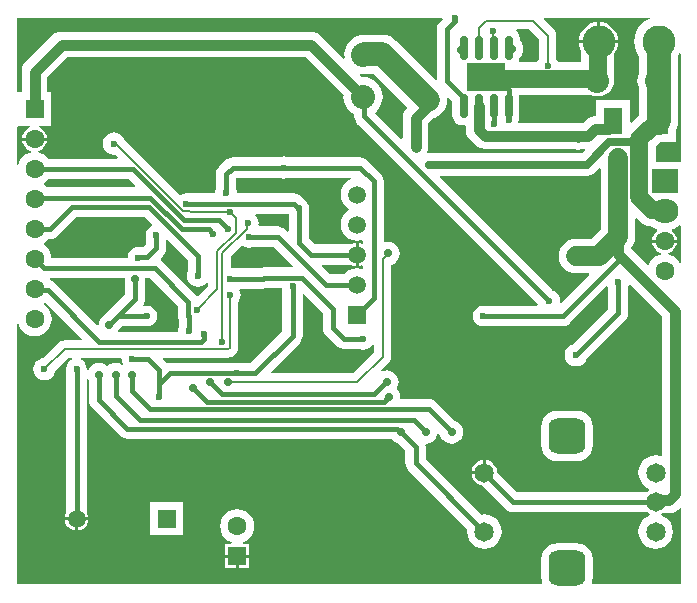
<source format=gbl>
G04*
G04 #@! TF.GenerationSoftware,Altium Limited,Altium Designer,21.3.2 (30)*
G04*
G04 Layer_Physical_Order=2*
G04 Layer_Color=16711680*
%FSTAX25Y25*%
%MOIN*%
G70*
G04*
G04 #@! TF.SameCoordinates,665701D7-0C42-49A3-A721-B3261F62B861*
G04*
G04*
G04 #@! TF.FilePolarity,Positive*
G04*
G01*
G75*
%ADD14C,0.00800*%
%ADD21C,0.02500*%
%ADD80C,0.01700*%
%ADD81C,0.03500*%
%ADD82C,0.06500*%
%ADD83C,0.06000*%
%ADD84C,0.06299*%
%ADD85R,0.06299X0.06299*%
%ADD86C,0.05906*%
%ADD87R,0.05906X0.05906*%
G04:AMPARAMS|DCode=88|XSize=122.05mil|YSize=118.11mil|CornerRadius=29.53mil|HoleSize=0mil|Usage=FLASHONLY|Rotation=0.000|XOffset=0mil|YOffset=0mil|HoleType=Round|Shape=RoundedRectangle|*
%AMROUNDEDRECTD88*
21,1,0.12205,0.05906,0,0,0.0*
21,1,0.06299,0.11811,0,0,0.0*
1,1,0.05906,0.03150,-0.02953*
1,1,0.05906,-0.03150,-0.02953*
1,1,0.05906,-0.03150,0.02953*
1,1,0.05906,0.03150,0.02953*
%
%ADD88ROUNDEDRECTD88*%
%ADD89C,0.06496*%
%ADD90R,0.09000X0.08000*%
%ADD91O,0.09000X0.08000*%
%ADD92R,0.05906X0.05906*%
%ADD93C,0.11000*%
%ADD94C,0.02362*%
%ADD95C,0.02756*%
%ADD96C,0.08000*%
%ADD97R,0.06400X0.09000*%
%ADD98R,0.12992X0.09488*%
G04:AMPARAMS|DCode=99|XSize=77.56mil|YSize=23.62mil|CornerRadius=6.38mil|HoleSize=0mil|Usage=FLASHONLY|Rotation=270.000|XOffset=0mil|YOffset=0mil|HoleType=Round|Shape=RoundedRectangle|*
%AMROUNDEDRECTD99*
21,1,0.07756,0.01087,0,0,270.0*
21,1,0.06480,0.02362,0,0,270.0*
1,1,0.01276,-0.00543,-0.03240*
1,1,0.01276,-0.00543,0.03240*
1,1,0.01276,0.00543,0.03240*
1,1,0.01276,0.00543,-0.03240*
%
%ADD99ROUNDEDRECTD99*%
%ADD100C,0.08000*%
G36*
X0406575Y0382788D02*
Y0376235D01*
X0406285Y0375856D01*
X0406Y0375169D01*
X0400236D01*
X0399958Y0375585D01*
X04001Y0375929D01*
X0400208Y0376748D01*
Y0376788D01*
X0400266Y0376832D01*
X0400887Y0377642D01*
X0401278Y0378585D01*
X0401411Y0379598D01*
X0401278Y038061D01*
X0400887Y0381553D01*
X0400266Y0382363D01*
X0400208Y0382408D01*
Y0383228D01*
X04001Y0384048D01*
X0399784Y0384811D01*
X0399281Y0385466D01*
X0399139Y0385575D01*
X0399309Y0386075D01*
X0403288D01*
X0406575Y0382788D01*
D02*
G37*
G36*
X0374567Y0389474D02*
X0373611Y0388518D01*
X0373074Y0387818D01*
X0372736Y0387003D01*
X0372621Y0386129D01*
Y0369395D01*
X0372159Y0369204D01*
X0359027Y0382336D01*
X0358037Y0383148D01*
X0356908Y0383751D01*
X0355683Y0384123D01*
X0354409Y0384249D01*
X0348327D01*
X0347053Y0384123D01*
X0345828Y0383751D01*
X0344699Y0383148D01*
X0343709Y0382336D01*
X0342897Y0381346D01*
X0342293Y0380217D01*
X0341921Y0378991D01*
X0341796Y0377717D01*
X034192Y037646D01*
X0341892Y0376428D01*
X0341434Y0376239D01*
X0333641Y0384031D01*
X0332754Y0384712D01*
X033172Y0385141D01*
X033061Y0385287D01*
X02475D01*
X0246391Y0385141D01*
X0245357Y0384712D01*
X0244469Y0384031D01*
X0235469Y0375031D01*
X0234788Y0374143D01*
X0234359Y037311D01*
X0234213Y0372D01*
Y036515D01*
X023285D01*
X0232526Y0365515D01*
Y0389974D01*
X0374359D01*
X0374567Y0389474D01*
D02*
G37*
G36*
X0443579D02*
X0443424Y0389427D01*
X0442034Y0388684D01*
X0440816Y0387684D01*
X0439816Y0386466D01*
X0439073Y0385076D01*
X0438616Y0383568D01*
X0438461Y0382D01*
X0438616Y0380432D01*
X0439073Y0378924D01*
X0439816Y0377534D01*
X0440068Y0377226D01*
Y0371692D01*
X0439966Y0371499D01*
X0439594Y0370274D01*
X0439468Y0369D01*
X0439594Y0367726D01*
X0439966Y03665D01*
X0440068Y0366308D01*
Y0357399D01*
X04375Y0354831D01*
X0437Y0355038D01*
Y03625D01*
X04256D01*
Y0357037D01*
X042525D01*
X0424141Y0356891D01*
X0423107Y0356462D01*
X0422219Y0355781D01*
X0421224Y0354787D01*
X0400102D01*
X0399785Y0355287D01*
X0399879Y0356D01*
Y03605D01*
Y0364075D01*
X0424372D01*
X0424814Y0363892D01*
X042625Y0363703D01*
X0427686Y0363892D01*
X0429024Y0364446D01*
X0430173Y0365327D01*
X0431054Y0366476D01*
X0431608Y0367814D01*
X0431798Y036925D01*
Y0378209D01*
X0431931Y0378371D01*
X0432534Y0379501D01*
X0432906Y0380726D01*
X0432982Y03815D01*
X04265D01*
Y0382D01*
D01*
Y03815D01*
X0420018D01*
X0420094Y0380726D01*
X0420466Y0379501D01*
X0420703Y0379058D01*
Y0375169D01*
X0413D01*
X0412715Y0375856D01*
X0412425Y0376235D01*
Y0384D01*
X0412325Y0384757D01*
X0412033Y0385462D01*
X0411568Y0386068D01*
X0408124Y0389512D01*
X0408316Y0389974D01*
X0443505D01*
X0443579Y0389474D01*
D02*
G37*
G36*
X0341511Y0364037D02*
X0341469Y036361D01*
X0341594Y0362336D01*
X0341966Y0361111D01*
X0342569Y0359982D01*
X0343382Y0358992D01*
X0344371Y0358179D01*
X0345061Y0357811D01*
Y035706D01*
X0345176Y0356186D01*
X0345514Y0355371D01*
X0346051Y0354671D01*
X0406343Y0294379D01*
X0406136Y0293879D01*
X0388D01*
X0387125Y0293764D01*
X0386311Y0293426D01*
X0385611Y0292889D01*
X0385074Y029219D01*
X0384736Y0291374D01*
X0384621Y02905D01*
X0384736Y0289626D01*
X0385074Y028881D01*
X0385611Y0288111D01*
X0386311Y0287574D01*
X0387125Y0287236D01*
X0388Y0287121D01*
X04145D01*
X0415375Y0287236D01*
X0416189Y0287574D01*
X0416889Y0288111D01*
X0429121Y0300343D01*
X0429621Y0300135D01*
Y02929D01*
X0417644Y0280923D01*
X0417144Y0280715D01*
X0416375Y0280125D01*
X0415785Y0279356D01*
X0415414Y0278461D01*
X0415287Y02775D01*
X0415414Y0276539D01*
X0415785Y0275644D01*
X0416375Y0274875D01*
X0417144Y0274285D01*
X0418039Y0273914D01*
X0419Y0273787D01*
X0419961Y0273914D01*
X0420856Y0274285D01*
X0421625Y0274875D01*
X0422215Y0275644D01*
X0422423Y0276144D01*
X0435389Y0289111D01*
X0435926Y0289811D01*
X0436264Y0290626D01*
X0436379Y02915D01*
Y0300538D01*
X0436544Y0300937D01*
X0437048Y0301139D01*
X0447713Y0290474D01*
Y0244061D01*
X0447298Y0243784D01*
X0447028Y0243895D01*
X0445528Y0244093D01*
X0444027Y0243895D01*
X0442629Y0243316D01*
X0441428Y0242395D01*
X0440507Y0241194D01*
X0439927Y0239796D01*
X043973Y0238295D01*
X0439927Y0236795D01*
X0440507Y0235397D01*
X0441428Y0234196D01*
X0442629Y0233274D01*
X0443483Y023292D01*
X0443549Y0232425D01*
X044307Y0232057D01*
X0442844Y0231832D01*
X0399447D01*
X0392687Y0238592D01*
X039258Y0239404D01*
X0392152Y0240438D01*
X0391471Y0241325D01*
X0390583Y0242006D01*
X038955Y0242434D01*
X0388941Y0242514D01*
Y0238295D01*
X0388441D01*
Y0237795D01*
X0384222D01*
X0384302Y0237186D01*
X038473Y0236153D01*
X0385411Y0235265D01*
X0386299Y0234585D01*
X0387332Y0234157D01*
X03876Y0234121D01*
X0395658Y0226063D01*
X0396358Y0225526D01*
X0397173Y0225189D01*
X0398047Y0225074D01*
X044295D01*
X0443384Y022474D01*
X0443692Y0224613D01*
Y0224072D01*
X0442629Y0223631D01*
X0441428Y022271D01*
X0440507Y0221509D01*
X0439927Y0220111D01*
X043973Y021861D01*
X0439927Y021711D01*
X0440507Y0215711D01*
X0441428Y0214511D01*
X0442629Y0213589D01*
X0444027Y021301D01*
X0445528Y0212813D01*
X0447028Y021301D01*
X0448426Y0213589D01*
X0449627Y0214511D01*
X0450548Y0215711D01*
X0451128Y021711D01*
X0451325Y021861D01*
X0451128Y0220111D01*
X0450548Y0221509D01*
X0449627Y022271D01*
X0448426Y0223631D01*
X0447363Y0224072D01*
Y0224613D01*
X0447668Y0224739D01*
X0449927D01*
X0451037Y0224885D01*
X0452071Y0225314D01*
X0452958Y0225995D01*
X0453512Y0226549D01*
X0453974Y0226357D01*
Y0201026D01*
X0424496D01*
X0424219Y0201442D01*
X0424462Y0202029D01*
X0424649Y0203453D01*
Y0209358D01*
X0424462Y0210782D01*
X0423913Y0212108D01*
X0423039Y0213247D01*
X04219Y0214121D01*
X0420573Y0214671D01*
X041915Y0214858D01*
X041285D01*
X0411427Y0214671D01*
X0410101Y0214121D01*
X0408961Y0213247D01*
X0408087Y0212108D01*
X0407538Y0210782D01*
X0407351Y0209358D01*
Y0203453D01*
X0407538Y0202029D01*
X0407781Y0201442D01*
X0407504Y0201026D01*
X0232526D01*
Y0287915D01*
X0232996Y0288025D01*
X0233565Y0286651D01*
X0234471Y0285471D01*
X0235651Y0284565D01*
X0237025Y0283996D01*
X02385Y0283802D01*
X0239975Y0283996D01*
X0241349Y0284565D01*
X0242529Y0285471D01*
X0243435Y0286651D01*
X0244004Y0288025D01*
X0244198Y02895D01*
X0244004Y0290975D01*
X0243435Y0292349D01*
X0242529Y0293529D01*
X0241675Y0294185D01*
Y0294815D01*
X0242089Y0295133D01*
X0254334Y0282887D01*
X0254143Y0282425D01*
X02485D01*
X0247743Y0282325D01*
X0247038Y0282033D01*
X0246432Y0281568D01*
X0241285Y0276422D01*
X0240812Y027636D01*
X0239917Y0275989D01*
X0239148Y0275399D01*
X0238558Y027463D01*
X0238187Y0273734D01*
X023806Y0272773D01*
X0238187Y0271812D01*
X0238558Y0270917D01*
X0239148Y0270148D01*
X0239917Y0269558D01*
X0240812Y0269187D01*
X0241773Y026906D01*
X0242734Y0269187D01*
X024363Y0269558D01*
X0244399Y0270148D01*
X0244989Y0270917D01*
X024536Y0271812D01*
X0245422Y0272285D01*
X0249712Y0276575D01*
X025107D01*
X025117Y0276075D01*
X0250811Y0275926D01*
X0250111Y0275389D01*
X0249574Y027469D01*
X0249236Y0273874D01*
X0249121Y0273D01*
Y022504D01*
X0249047Y0224943D01*
X0248649Y0223982D01*
X0248579Y022345D01*
X02525D01*
X0256421D01*
X0256351Y0223982D01*
X0255953Y0224943D01*
X0255879Y022504D01*
Y0269509D01*
X0256379Y0269608D01*
X0256613Y0269044D01*
X0256621Y0269033D01*
Y026246D01*
X0256736Y0261586D01*
X0257074Y0260771D01*
X0257611Y0260071D01*
X0267071Y0250611D01*
X0267771Y0250074D01*
X0268586Y0249736D01*
X026946Y0249621D01*
X0357473D01*
X0357888Y0249081D01*
X0358698Y0248459D01*
X0359641Y0248068D01*
X0359655Y0248066D01*
X0362121Y02456D01*
Y0241551D01*
X0362236Y0240677D01*
X0362574Y0239862D01*
X0363111Y0239162D01*
X0382762Y0219511D01*
X0382643Y021861D01*
X0382841Y021711D01*
X038342Y0215711D01*
X0384341Y0214511D01*
X0385542Y0213589D01*
X038694Y021301D01*
X0388441Y0212813D01*
X0389942Y021301D01*
X039134Y0213589D01*
X0392541Y0214511D01*
X0393462Y0215711D01*
X0394041Y021711D01*
X0394239Y021861D01*
X0394041Y0220111D01*
X0393462Y0221509D01*
X0392541Y022271D01*
X039134Y0223631D01*
X0389942Y022421D01*
X0388441Y0224408D01*
X038754Y0224289D01*
X0368879Y0242951D01*
Y0247D01*
X0368819Y0247455D01*
X0368994Y024792D01*
X0369226Y0247965D01*
X0370012Y0248068D01*
X0370956Y0248459D01*
X0371766Y0249081D01*
X0372387Y0249891D01*
X0372778Y0250834D01*
X0372815Y0251118D01*
X0373289Y0251279D01*
X037372Y0250848D01*
X0373722Y0250834D01*
X0374113Y0249891D01*
X0374734Y0249081D01*
X0375544Y0248459D01*
X0376488Y0248068D01*
X03775Y0247935D01*
X0378512Y0248068D01*
X0379456Y0248459D01*
X0380266Y0249081D01*
X0380887Y0249891D01*
X0381278Y0250834D01*
X0381411Y0251847D01*
X0381278Y0252859D01*
X0380887Y0253802D01*
X0380266Y0254612D01*
X0379456Y0255234D01*
X0378512Y0255625D01*
X0378499Y0255626D01*
X0372236Y0261889D01*
X0371536Y0262426D01*
X0370721Y0262764D01*
X0369847Y0262879D01*
X0360709D01*
X0360379Y0263255D01*
X0360411Y02635D01*
X0360278Y0264512D01*
X0359887Y0265456D01*
X0359266Y0266266D01*
X0359208Y026631D01*
X0359387Y0266544D01*
X0359778Y0267488D01*
X0359911Y02685D01*
X0359778Y0269512D01*
X0359387Y0270456D01*
X0358766Y0271266D01*
X0357956Y0271887D01*
X0357012Y0272278D01*
X0356Y0272411D01*
X0354988Y0272278D01*
X0354363Y027202D01*
X035408Y0272443D01*
X0356568Y0274932D01*
X0357033Y0275537D01*
X0357325Y0276243D01*
X0357425Y0277D01*
Y0307637D01*
X0358203Y0307959D01*
X0359013Y0308581D01*
X0359634Y0309391D01*
X0360025Y0310334D01*
X0360158Y0311347D01*
X0360025Y0312359D01*
X0359634Y0313302D01*
X0359013Y0314112D01*
X0358203Y0314734D01*
X0357259Y0315125D01*
X0356247Y0315258D01*
X0355379Y0315144D01*
X0354879Y0315453D01*
Y03355D01*
X0354764Y0336374D01*
X0354426Y033719D01*
X0353889Y0337889D01*
X0349389Y0342389D01*
X0348689Y0342926D01*
X0347874Y0343264D01*
X0347Y0343379D01*
X0322962D01*
X0322461Y0343586D01*
X03215Y0343713D01*
X0320539Y0343586D01*
X0320038Y0343379D01*
X03045D01*
X0303625Y0343264D01*
X0302811Y0342926D01*
X0302111Y0342389D01*
X0299957Y0340236D01*
X029942Y0339536D01*
X0299083Y0338721D01*
X0298968Y0337846D01*
Y0332808D01*
X029876Y0332307D01*
X0298638Y0331379D01*
X0289D01*
X0288125Y0331264D01*
X0287311Y0330926D01*
X0287046Y0330723D01*
X0268429Y034934D01*
X0268215Y0349856D01*
X0267625Y0350625D01*
X0266856Y0351215D01*
X0265961Y0351586D01*
X0265Y0351713D01*
X0264039Y0351586D01*
X0263144Y0351215D01*
X0262375Y0350625D01*
X0261785Y0349856D01*
X0261414Y0348961D01*
X0261287Y0348D01*
X0261414Y0347039D01*
X0261785Y0346144D01*
X0262375Y0345375D01*
X0263144Y0344785D01*
X0264039Y0344414D01*
X0265Y0344287D01*
X0265185Y0344311D01*
X0266155Y0343341D01*
X0265964Y0342879D01*
X0243028D01*
X0242529Y0343529D01*
X0241349Y0344435D01*
X0239975Y0345004D01*
X0239839Y0345022D01*
X0239772Y0345535D01*
X0240593Y0345875D01*
X0241459Y034654D01*
X0242125Y0347407D01*
X0242543Y0348417D01*
X024262Y0349D01*
X02385D01*
X023438D01*
X0234457Y0348417D01*
X0234875Y0347407D01*
X0235541Y034654D01*
X0236407Y0345875D01*
X0237228Y0345535D01*
X0237161Y0345022D01*
X0237025Y0345004D01*
X0235651Y0344435D01*
X0234471Y0343529D01*
X0233565Y0342349D01*
X0232996Y0340975D01*
X0232526Y0341085D01*
Y0353485D01*
X023285Y035385D01*
X0236853D01*
X0236952Y035335D01*
X0236407Y0353125D01*
X0235541Y035246D01*
X0234875Y0351593D01*
X0234457Y0350583D01*
X023438Y035D01*
X02385D01*
X024262D01*
X0242543Y0350583D01*
X0242125Y0351593D01*
X0241459Y035246D01*
X0240593Y0353125D01*
X0240048Y035335D01*
X0240147Y035385D01*
X024415D01*
Y036515D01*
X0242787D01*
Y0370224D01*
X0249276Y0376713D01*
X0328835D01*
X0341511Y0364037D01*
D02*
G37*
G36*
X0348327Y0371186D02*
X0351703D01*
X0362913Y0359976D01*
X0362469Y0359531D01*
X0361788Y0358643D01*
X0361359Y035761D01*
X0361213Y03565D01*
Y0349718D01*
X0360751Y0349527D01*
X035215Y0358128D01*
X0352175Y0358628D01*
X0352618Y0358992D01*
X0353431Y0359982D01*
X0354034Y0361111D01*
X0354406Y0362336D01*
X0354531Y036361D01*
X0354406Y0364884D01*
X0354034Y036611D01*
X0353431Y0367239D01*
X0352618Y0368229D01*
X0351629Y0369041D01*
X03505Y0369644D01*
X0349274Y0370016D01*
X0348Y0370142D01*
X0347573Y03701D01*
X0346849Y0370823D01*
X0347038Y0371281D01*
X034707Y0371309D01*
X0348327Y0371186D01*
D02*
G37*
G36*
X0377792Y0362126D02*
Y035726D01*
X03779Y0356441D01*
X0378216Y0355677D01*
X0378719Y0355022D01*
X0379374Y0354519D01*
X0380138Y0354203D01*
X0380957Y0354095D01*
X0382043D01*
X0382213Y0353946D01*
Y035255D01*
X0382359Y0351441D01*
X0382788Y0350407D01*
X0383469Y0349519D01*
X0385519Y0347469D01*
X0386407Y0346788D01*
X0387441Y0346359D01*
X038855Y0346213D01*
X0418237D01*
X0418391Y034615D01*
X04195Y0346004D01*
X042061Y034615D01*
X0420762Y0346213D01*
X0421831D01*
X0422023Y0345751D01*
X0421054Y0344782D01*
X037D01*
X0369707Y0344744D01*
X0369355Y0345202D01*
X0369641Y034589D01*
X0369787Y0347D01*
Y0354724D01*
X0371503Y0356441D01*
X0372Y0356592D01*
X0373129Y0357195D01*
X0374118Y0358008D01*
X0374931Y0358997D01*
X0375534Y0360126D01*
X0375906Y0361352D01*
X0376031Y0362626D01*
X0375971Y036324D01*
X0376451Y0363467D01*
X0377792Y0362126D01*
D02*
G37*
G36*
X0453974Y0377951D02*
Y0342D01*
X0445598D01*
Y0346143D01*
X0445547Y0346523D01*
Y0347187D01*
X044686Y03485D01*
X0446861Y03485D01*
X04524D01*
Y0352662D01*
X0452634Y03531D01*
X0453006Y0354326D01*
X0453131Y03556D01*
Y037747D01*
X0453184Y0377534D01*
X0453474Y0378077D01*
X0453974Y0377951D01*
D02*
G37*
G36*
X0344115Y0336121D02*
X034325Y0335763D01*
X0342111Y0334889D01*
X0341237Y033375D01*
X0340688Y0332423D01*
X03405Y0331D01*
X0340688Y0329576D01*
X0341237Y032825D01*
X0342111Y0327111D01*
X0343193Y0326281D01*
X0343224Y0326D01*
X0343193Y0325719D01*
X0342111Y0324889D01*
X0341237Y032375D01*
X0340688Y0322424D01*
X03405Y0321D01*
X0340688Y0319577D01*
X0341237Y031825D01*
X0342111Y0317111D01*
X034325Y0316237D01*
X0344577Y0315688D01*
X0346Y03155D01*
X0347424Y0315688D01*
X0347705Y0315804D01*
X0348121Y0315527D01*
Y0314941D01*
X0347621Y0314607D01*
X0347032Y0314851D01*
X03465Y0314921D01*
Y0311D01*
Y0307079D01*
X0347032Y0307149D01*
X0347621Y0307393D01*
X0348121Y0307059D01*
Y0306473D01*
X0347705Y0306196D01*
X0347424Y0306312D01*
X0346Y03065D01*
X0344577Y0306312D01*
X034325Y0305763D01*
X0342111Y0304889D01*
X034172Y0304379D01*
X03369D01*
X0334119Y0307159D01*
X0334311Y0307621D01*
X034391D01*
X0344007Y0307547D01*
X0344968Y0307149D01*
X03455Y0307079D01*
Y0311D01*
Y0314921D01*
X0344968Y0314851D01*
X0344007Y0314453D01*
X034391Y0314379D01*
X03319D01*
X0329938Y031634D01*
Y03265D01*
X0329823Y0327375D01*
X0329485Y0328189D01*
X0328948Y0328889D01*
X0327448Y0330389D01*
X0326748Y0330926D01*
X0325934Y0331264D01*
X0325059Y0331379D01*
X0306055D01*
X0305933Y0332307D01*
X0305725Y0332808D01*
Y0336447D01*
X03059Y0336621D01*
X0320038D01*
X0320539Y0336414D01*
X03215Y0336287D01*
X0322461Y0336414D01*
X0322962Y0336621D01*
X0344015D01*
X0344115Y0336121D01*
D02*
G37*
G36*
X0272114Y0333841D02*
X0271923Y0333379D01*
X0242645D01*
X0242529Y0333529D01*
X0241675Y0334185D01*
Y0334815D01*
X0242529Y0335471D01*
X0243028Y0336121D01*
X0269834D01*
X0272114Y0333841D01*
D02*
G37*
G36*
X032318Y0318752D02*
X0322718Y031856D01*
X0321889Y0319389D01*
X0321189Y0319926D01*
X0320374Y0320264D01*
X03195Y0320379D01*
X0313527D01*
X0313131Y0320879D01*
X0313213Y03215D01*
X0313086Y0322461D01*
X0312715Y0323356D01*
X0312129Y0324121D01*
X0312153Y0324313D01*
X0312257Y0324621D01*
X032318D01*
Y0318752D01*
D02*
G37*
G36*
X0277689Y0321033D02*
X0277591Y0320542D01*
X027731Y0320426D01*
X0276611Y0319889D01*
X0276074Y031919D01*
X0275736Y0318374D01*
X0275621Y03175D01*
Y0314459D01*
X0274668Y0313506D01*
X0273127D01*
X0272252Y031339D01*
X0271437Y0313053D01*
X0270737Y0312516D01*
X0270611Y0312389D01*
X0270074Y0311689D01*
X0269736Y0310875D01*
X0269621Y031D01*
X0269515Y0309879D01*
X0244148D01*
X0244004Y0310975D01*
X0243435Y0312349D01*
X0242529Y0313529D01*
X0241675Y0314185D01*
Y0314815D01*
X0242529Y0315471D01*
X0243028Y0316121D01*
X02435D01*
X0244374Y0316236D01*
X0245189Y0316574D01*
X0245889Y0317111D01*
X02524Y0323621D01*
X02751D01*
X0277689Y0321033D01*
D02*
G37*
G36*
X0440321Y032196D02*
X044147Y0321078D01*
X0442807Y0320524D01*
X044401Y0320366D01*
X0444371Y0320069D01*
X0445501Y0319466D01*
X044588Y0319351D01*
X0445981Y0318797D01*
X0445541Y031846D01*
X0444875Y0317593D01*
X0444457Y0316583D01*
X044438Y0316D01*
X04485D01*
X045262D01*
X0452543Y0316583D01*
X0452125Y0317593D01*
X045146Y031846D01*
X0451019Y0318797D01*
X045112Y0319351D01*
X04515Y0319466D01*
X0452629Y0320069D01*
X0453474Y0320763D01*
X0453974Y0320567D01*
Y0308329D01*
X0453484Y0308232D01*
X0453435Y0308349D01*
X0452529Y0309529D01*
X0451349Y0310435D01*
X0449975Y0311004D01*
X0449839Y0311022D01*
X0449772Y0311535D01*
X0450593Y0311875D01*
X045146Y0312541D01*
X0452125Y0313407D01*
X0452543Y0314417D01*
X045262Y0315D01*
X04485D01*
X044438D01*
X0444457Y0314417D01*
X0444875Y0313407D01*
X0445541Y0312541D01*
X0446407Y0311875D01*
X0447228Y0311535D01*
X0447161Y0311022D01*
X0447025Y0311004D01*
X0445651Y0310435D01*
X0444471Y0309529D01*
X0443565Y0308349D01*
X0443268Y0307632D01*
X0442778Y0307535D01*
X0437287Y0313026D01*
Y0313141D01*
X0438023Y03141D01*
X0438602Y0315499D01*
X04388Y0317D01*
Y0322828D01*
X0439262Y0323019D01*
X0440321Y032196D01*
D02*
G37*
G36*
X0308144Y0313785D02*
X0309039Y0313414D01*
X031Y0313287D01*
X0310961Y0313414D01*
X0311462Y0313621D01*
X03181D01*
X032455Y0307172D01*
X0324358Y030671D01*
X0314842D01*
X0313967Y0306595D01*
X0313446Y0306379D01*
X0304962D01*
X0304461Y0306586D01*
X0303909Y0306659D01*
Y0310142D01*
X0307808Y0314042D01*
X0308144Y0313785D01*
D02*
G37*
G36*
X0289621Y03091D02*
Y0305462D01*
X0289414Y0304961D01*
X0289287Y0304D01*
X0289414Y0303039D01*
X0289785Y0302144D01*
X0290375Y0301375D01*
X0291144Y0300785D01*
X0292039Y0300414D01*
X0293Y0300287D01*
X0293961Y0300414D01*
X0294856Y0300785D01*
X0295625Y0301375D01*
X0295959Y0301809D01*
X0296459Y0301639D01*
Y0300595D01*
X0293042Y0297179D01*
X0292416Y0297259D01*
X0292074Y0297705D01*
X0280889Y0308889D01*
X0280565Y0309138D01*
X0280521Y0309802D01*
X0281389Y031067D01*
X0281926Y031137D01*
X0282264Y0312185D01*
X0282379Y0313059D01*
Y0315689D01*
X0282841Y0315881D01*
X0289621Y03091D01*
D02*
G37*
G36*
X04272Y0339578D02*
Y0319402D01*
X0424098Y03163D01*
X0419D01*
X0417499Y0316102D01*
X04161Y0315523D01*
X0414899Y0314601D01*
X0413977Y03134D01*
X0413398Y0312001D01*
X04132Y03105D01*
X0413398Y0308999D01*
X0413977Y03076D01*
X0414899Y0306399D01*
X04161Y0305477D01*
X0417499Y0304898D01*
X0419Y03047D01*
X0423269D01*
X042346Y0304238D01*
X0414141Y0294919D01*
X0413667Y0295153D01*
X0413713Y02955D01*
X0413586Y0296461D01*
X0413215Y0297356D01*
X0412625Y0298125D01*
X0411856Y0298715D01*
X0411356Y0298923D01*
X0373523Y0336756D01*
X0373714Y0337218D01*
X042262D01*
X0423599Y0337347D01*
X0424511Y0337724D01*
X0425295Y0338326D01*
X0426738Y0339769D01*
X04272Y0339578D01*
D02*
G37*
G36*
X0268621Y0303D02*
Y0297641D01*
X026399Y029301D01*
X026078Y02898D01*
X0260243Y02891D01*
X0259906Y0288285D01*
X0259823Y0287662D01*
X0259296Y0287483D01*
X0245219Y0301559D01*
X024452Y0302096D01*
X0243705Y0302434D01*
X0243626Y0302444D01*
X0243524Y0302621D01*
X0243812Y0303121D01*
X0268515D01*
X0268621Y0303D01*
D02*
G37*
G36*
X0286306Y0293916D02*
Y0290655D01*
X0286421Y028978D01*
X0286621Y0289297D01*
Y0286962D01*
X0286414Y0286461D01*
X0286287Y02855D01*
X028607Y0285252D01*
X0266443D01*
X0266252Y0285714D01*
X0267658Y0287121D01*
X0276D01*
X0276874Y0287236D01*
X027769Y0287574D01*
X0278389Y0288111D01*
X0278926Y028881D01*
X0279264Y0289626D01*
X0279379Y02905D01*
X0279264Y0291374D01*
X0278926Y029219D01*
X0278389Y0292889D01*
X027769Y0293426D01*
X0276874Y0293764D01*
X0276Y0293879D01*
X0274975D01*
X0274754Y0294327D01*
X0274926Y0294552D01*
X0275264Y0295367D01*
X0275379Y0296241D01*
Y0303D01*
X0275485Y0303121D01*
X02771D01*
X0286306Y0293916D01*
D02*
G37*
G36*
X0321121Y02854D02*
X03106Y0274879D01*
X02835D01*
X0282626Y0274764D01*
X0282519Y027472D01*
X0282389Y0274889D01*
X0281166Y0276113D01*
X0281357Y0276575D01*
X0303031D01*
X0303788Y0276675D01*
X0304494Y0276967D01*
X03051Y0277432D01*
X0305568Y02779D01*
X0306033Y0278506D01*
X0306325Y0279212D01*
X0306425Y0279969D01*
Y0295265D01*
X0306715Y0295644D01*
X0307086Y0296539D01*
X0307213Y02975D01*
X0307086Y0298461D01*
X0306813Y0299121D01*
X0307104Y0299621D01*
X031451D01*
X0315385Y0299736D01*
X0315906Y0299952D01*
X0321121D01*
Y02854D01*
D02*
G37*
G36*
X0267639Y0276199D02*
X0267621Y0276059D01*
X0267736Y0275184D01*
X0267968Y0274624D01*
X0267558Y0274309D01*
X0267456Y0274387D01*
X0266512Y0274778D01*
X02655Y0274911D01*
X0264488Y0274778D01*
X0263544Y0274387D01*
X026275Y0273778D01*
X0261956Y0274387D01*
X0261012Y0274778D01*
X026Y0274911D01*
X0258988Y0274778D01*
X0258044Y0274387D01*
X0257234Y0273766D01*
X0256613Y0272956D01*
X0256379Y0272392D01*
X0255879Y0272491D01*
Y0273D01*
X0255764Y0273874D01*
X0255426Y027469D01*
X0254889Y0275389D01*
X0254189Y0275926D01*
X025383Y0276075D01*
X025393Y0276575D01*
X026731D01*
X0267639Y0276199D01*
D02*
G37*
G36*
X0334621Y02916D02*
Y0286496D01*
X0334736Y0285621D01*
X0335074Y0284806D01*
X0335611Y0284107D01*
X0339107Y0280611D01*
X0339806Y0280074D01*
X0340621Y0279736D01*
X0341496Y0279621D01*
X0346538D01*
X0347039Y0279414D01*
X0348Y0279287D01*
X0348961Y0279414D01*
X0349856Y0279785D01*
X0350625Y0280375D01*
X0351075Y028096D01*
X0351575Y0280791D01*
Y0278212D01*
X0344788Y0271425D01*
X0317357D01*
X0317165Y0271887D01*
X0326889Y0281611D01*
X0327426Y0282311D01*
X0327764Y0283125D01*
X0327879Y0284D01*
Y0297689D01*
X0328341Y0297881D01*
X0334621Y02916D01*
D02*
G37*
%LPC*%
G36*
X0427Y0388482D02*
Y03825D01*
X0432982D01*
X0432906Y0383274D01*
X0432534Y03845D01*
X0431931Y0385629D01*
X0431118Y0386618D01*
X0430129Y0387431D01*
X0429Y0388034D01*
X0427774Y0388406D01*
X0427Y0388482D01*
D02*
G37*
G36*
X0426D02*
X0425226Y0388406D01*
X0424001Y0388034D01*
X0422871Y0387431D01*
X0421882Y0386618D01*
X0421069Y0385629D01*
X0420466Y03845D01*
X0420094Y0383274D01*
X0420018Y03825D01*
X0426D01*
Y0388482D01*
D02*
G37*
G36*
X041915Y0258953D02*
X041285D01*
X0411427Y0258765D01*
X0410101Y0258216D01*
X0408961Y0257342D01*
X0408087Y0256203D01*
X0407538Y0254876D01*
X0407351Y0253453D01*
Y0247547D01*
X0407538Y0246124D01*
X0408087Y0244797D01*
X0408961Y0243658D01*
X0410101Y0242784D01*
X0411427Y0242235D01*
X041285Y0242047D01*
X041915D01*
X0420573Y0242235D01*
X04219Y0242784D01*
X0423039Y0243658D01*
X0423913Y0244797D01*
X0424462Y0246124D01*
X0424649Y0247547D01*
Y0253453D01*
X0424462Y0254876D01*
X0423913Y0256203D01*
X0423039Y0257342D01*
X04219Y0258216D01*
X0420573Y0258765D01*
X041915Y0258953D01*
D02*
G37*
G36*
X0387941Y0242514D02*
X0387332Y0242434D01*
X0386299Y0242006D01*
X0385411Y0241325D01*
X038473Y0240438D01*
X0384302Y0239404D01*
X0384222Y0238795D01*
X0387941D01*
Y0242514D01*
D02*
G37*
G36*
X0256421Y022245D02*
X0253D01*
Y0219029D01*
X0253532Y0219099D01*
X0254493Y0219497D01*
X0255319Y0220131D01*
X0255953Y0220957D01*
X0256351Y0221918D01*
X0256421Y022245D01*
D02*
G37*
G36*
X0252D02*
X0248579D01*
X0248649Y0221918D01*
X0249047Y0220957D01*
X0249681Y0220131D01*
X0250507Y0219497D01*
X0251468Y0219099D01*
X0252Y0219029D01*
Y022245D01*
D02*
G37*
G36*
X0287953Y0228453D02*
X0277047D01*
Y0217547D01*
X0287953D01*
Y0228453D01*
D02*
G37*
G36*
X0306Y0226198D02*
X0304525Y0226004D01*
X0303151Y0225435D01*
X0301971Y0224529D01*
X0301065Y0223349D01*
X0300496Y0221975D01*
X0300302Y02205D01*
X0300496Y0219025D01*
X0301065Y0217651D01*
X0301971Y0216471D01*
X0303151Y0215565D01*
X0304154Y021515D01*
X0304054Y021465D01*
X030185D01*
Y0211D01*
X0306D01*
X031015D01*
Y021465D01*
X0307946D01*
X0307846Y021515D01*
X0308849Y0215565D01*
X0310029Y0216471D01*
X0310935Y0217651D01*
X0311504Y0219025D01*
X0311698Y02205D01*
X0311504Y0221975D01*
X0310935Y0223349D01*
X0310029Y0224529D01*
X0308849Y0225435D01*
X0307475Y0226004D01*
X0306Y0226198D01*
D02*
G37*
G36*
X031015Y021D02*
X03065D01*
Y020635D01*
X031015D01*
Y021D01*
D02*
G37*
G36*
X03055D02*
X030185D01*
Y020635D01*
X03055D01*
Y021D01*
D02*
G37*
%LPD*%
D14*
X03545Y0277D02*
Y0309448D01*
X0356247Y0311195D02*
Y0311347D01*
X03545Y0309448D02*
X0356247Y0311195D01*
X0346Y02685D02*
X03545Y0277D01*
X03035Y0279969D02*
Y02975D01*
X0241773Y0272773D02*
X02485Y02795D01*
X0303031D01*
X03035Y0279969D01*
X0303028Y02685D02*
X0346D01*
X0303Y0268472D02*
X0303028Y02685D01*
X0265Y0348D02*
X0265633D01*
X0288014Y0325619D01*
X0290088D01*
X0290579Y0325129D01*
X0303551D01*
X0299384Y0312016D02*
X03055Y0318133D01*
Y032318D01*
X0303551Y0325129D02*
X03055Y032318D01*
X0299384Y0299384D02*
Y0312016D01*
X0300984Y0311354D02*
X0309201Y0319571D01*
Y0321201D02*
X03095Y03215D01*
X0300984Y0282016D02*
Y0311354D01*
X0309201Y0319571D02*
Y0321201D01*
X0292516Y0292516D02*
X0299384Y0299384D01*
X0300984Y0281984D02*
X0301Y0282D01*
X0300984Y0282016D02*
X0301Y0282D01*
X0389Y0389D02*
X04045D01*
X04095Y0374D02*
Y0384D01*
X04045Y0389D02*
X04095Y0384D01*
X03865Y03865D02*
X0389Y0389D01*
X0391414Y0385619D02*
X0391457Y0385576D01*
Y0380031D02*
X03915Y0379988D01*
X03865D02*
Y03865D01*
X0391457Y0380031D02*
Y0385576D01*
D21*
X042262Y0341D02*
X043012Y03485D01*
X0439015D01*
X037Y0341D02*
X042262D01*
D80*
X0433Y0309D02*
Y031125D01*
X028Y02635D02*
Y0268D01*
X03245Y0284D02*
Y03005D01*
X0312Y02715D02*
X03245Y0284D01*
X0327669Y0303331D02*
X0338Y0293D01*
X0314842Y0303331D02*
X0327669D01*
X03035Y0303D02*
X031451D01*
X0314842Y0303331D01*
X0306Y02715D02*
X0312D01*
X0338Y0286496D02*
Y0293D01*
X0341496Y0283D02*
X0348D01*
X0338Y0286496D02*
X0341496Y0283D01*
X031Y0317D02*
X03195D01*
X03355Y0301D02*
X0346D01*
X03195Y0317D02*
X03355Y0301D01*
X0326559Y0314941D02*
Y03265D01*
Y0314941D02*
X03305Y0311D01*
X0346D01*
X028Y0268D02*
Y02725D01*
X0276441Y0276059D02*
X028Y02725D01*
X0271Y0276059D02*
X0276441D01*
X028Y0268D02*
X02835Y02715D01*
X0306D01*
X0276068Y0310127D02*
X0279Y0313059D01*
X0273Y031D02*
X0273127Y0310127D01*
X0276068D01*
X0279Y0313059D02*
Y03175D01*
X02785Y03065D02*
X0289685Y0295315D01*
X0238795Y03095D02*
X0241795Y03065D01*
X02785D01*
X02385Y03095D02*
X0238795D01*
X0288233Y03225D02*
X03D01*
X02385Y03395D02*
X0271234D01*
X0288233Y03225D01*
X03D02*
X0303Y03195D01*
X0287536D02*
X02965D01*
X0298Y0318D01*
X0289Y0328D02*
X0325059D01*
X0326559Y03265D01*
X0302346Y0331347D02*
Y0337846D01*
X0289685Y0290655D02*
X029Y029034D01*
Y02855D02*
Y029034D01*
X0289685Y0290655D02*
Y0295315D01*
X02525Y022295D02*
Y0273D01*
X026Y026246D02*
X026946Y0253D01*
X026Y026246D02*
Y0271D01*
X024283Y029917D02*
X0260127Y0281873D01*
X0293878D01*
X02385Y02995D02*
X023883Y029917D01*
X024283D01*
X03215Y034D02*
X0347D01*
X03515Y03355D01*
Y02965D02*
Y03355D01*
X0346Y0291D02*
X03515Y02965D01*
X0293878Y0281873D02*
X0294873Y0282869D01*
Y0284373D01*
X0295Y02845D01*
X0266379Y029062D02*
X0272Y0296241D01*
Y0303D01*
X0293Y0304D02*
Y03105D01*
X02765Y0327D02*
X0293Y03105D01*
X0239Y033D02*
X0277035D01*
X0287536Y03195D01*
X0251Y0327D02*
X02765D01*
X0302346Y0337846D02*
X03045Y034D01*
X0266379Y029062D02*
X02665Y02905D01*
X0263169Y028741D02*
X0266379Y029062D01*
X02665Y02905D02*
X0276D01*
X02385Y03195D02*
X02435D01*
X0251Y0327D01*
X02385Y03295D02*
X0239Y033D01*
X03045Y034D02*
X03215D01*
X0297126Y0268374D02*
X0301Y02645D01*
X0351714D01*
X0355714Y02685D01*
X0356476Y02635D02*
X03565D01*
X0291375Y0266559D02*
X0295934Y0262D01*
X0354976D01*
X0356476Y02635D01*
X0355714Y02685D02*
X0356D01*
X0271Y02655D02*
X0277Y02595D01*
X0271Y02655D02*
Y0271D01*
X0277Y02595D02*
X0369847D01*
X03775Y0251847D01*
X0364846Y0256D02*
X0369Y0251847D01*
X02735Y0256D02*
X0364846D01*
X02655Y0264D02*
X02735Y0256D01*
X0359214Y0253D02*
X0360368Y0251847D01*
X0360653D01*
X026946Y0253D02*
X0359214D01*
X0360653Y0251847D02*
X03655Y0247D01*
X02655Y0264D02*
Y0271D01*
X03655Y0241551D02*
Y0247D01*
Y0241551D02*
X0388441Y021861D01*
Y0238059D02*
X0398047Y0228453D01*
X0388441Y0238059D02*
Y0238295D01*
X0398047Y0228453D02*
X0445528D01*
X0439015Y03485D02*
X0441Y0350485D01*
X034844Y035706D02*
Y0363171D01*
Y035706D02*
X041Y02955D01*
X0348Y036361D02*
X034844Y0363171D01*
X04145Y02905D02*
X0433Y0309D01*
X0388Y02905D02*
X04145D01*
X0433Y02915D02*
Y0302D01*
X0419Y02775D02*
X0433Y02915D01*
X03915Y0354633D02*
Y03605D01*
X03965Y0356D02*
Y03605D01*
X03815D02*
Y0363197D01*
X0376Y0368697D02*
X03815Y0363197D01*
X0376Y0368697D02*
Y0386129D01*
X0378596Y0388725D02*
Y0388809D01*
X0376Y0386129D02*
X0378596Y0388725D01*
X0394646Y036635D02*
X039615D01*
X03965Y0366D01*
X03945Y0366496D02*
Y0369622D01*
Y0366496D02*
X0394646Y036635D01*
X03965Y03605D02*
Y0366D01*
D81*
X0425378Y0369622D02*
X0426Y0369D01*
X0445528Y0228453D02*
X0446101Y0229026D01*
X0449927D02*
X0452Y0231099D01*
X0446101Y0229026D02*
X0449927D01*
X0452Y0231099D02*
Y029225D01*
X0433Y031125D02*
X0434125Y0310125D01*
X0452Y029225D01*
X0433Y0316643D02*
Y0317D01*
Y031125D02*
Y0316643D01*
X03655Y03565D02*
X03695Y03605D01*
X02385Y03595D02*
Y0372D01*
X02475Y0381D02*
X0319D01*
X02385Y0372D02*
X02475Y0381D01*
X0319D02*
X033061D01*
X0348Y036361D01*
X042525Y035275D02*
X042985D01*
X04195Y03505D02*
X0423D01*
X042525Y035275D01*
X042985D02*
X04313Y03542D01*
Y03555D01*
X03655Y0347D02*
Y03565D01*
X0412Y03505D02*
X04195D01*
X038855D02*
X0412D01*
X04195Y0350291D02*
Y03505D01*
X0348Y037739D02*
X0348327Y0377717D01*
X03865Y035255D02*
Y03605D01*
Y035255D02*
X038855Y03505D01*
X042625Y038175D02*
X04265Y0382D01*
X0426Y0369D02*
X042625Y036925D01*
X04466Y03556D02*
X04467Y03555D01*
X04465Y0382D02*
X04466Y03819D01*
D82*
X04265Y03105D02*
X0433Y0317D01*
Y0342223D02*
Y0343223D01*
X0419Y03105D02*
X04265D01*
X0433Y0317D02*
Y0341723D01*
D83*
X03945Y0369622D02*
X0425378D01*
X0447459Y03255D02*
X04485D01*
X0444243Y0325883D02*
X0447076D01*
X0447459Y03255D01*
X044Y0346193D02*
Y0349485D01*
Y0346193D02*
X044005Y0346143D01*
Y0330076D02*
X0444243Y0325883D01*
X044005Y0330076D02*
Y0346143D01*
X0444515Y0354D02*
X04465D01*
X0441Y0350485D02*
X0444515Y0354D01*
X04467Y03542D02*
Y03555D01*
X04465Y0354D02*
X04467Y03542D01*
X042625Y036925D02*
Y038175D01*
D84*
X02385Y02895D02*
D03*
Y02995D02*
D03*
Y03095D02*
D03*
Y03195D02*
D03*
Y03295D02*
D03*
Y03395D02*
D03*
Y03495D02*
D03*
X0306Y02205D02*
D03*
X04485Y03155D02*
D03*
Y03055D02*
D03*
D85*
X02385Y03595D02*
D03*
X0306Y02105D02*
D03*
D86*
X0346Y0331D02*
D03*
Y0321D02*
D03*
Y0311D02*
D03*
Y0301D02*
D03*
X02525Y022295D02*
D03*
D87*
X0346Y0291D02*
D03*
D88*
X0416Y02505D02*
D03*
Y0206405D02*
D03*
D89*
X0388441Y0238295D02*
D03*
Y021861D02*
D03*
X0445528Y0238295D02*
D03*
Y0228453D02*
D03*
Y021861D02*
D03*
D90*
X04485Y03355D02*
D03*
D91*
Y03255D02*
D03*
D92*
X02825Y0223D02*
D03*
D93*
X04265Y0382D02*
D03*
X04465D02*
D03*
D94*
X0368Y0363626D02*
D03*
X03685Y0362626D02*
D03*
X03675D02*
D03*
X0367Y0363626D02*
D03*
X03675Y0364626D02*
D03*
X0369Y0363626D02*
D03*
X03685Y0364626D02*
D03*
X03695D02*
D03*
Y0362626D02*
D03*
X037Y0363626D02*
D03*
X028Y02635D02*
D03*
X03245Y03005D02*
D03*
X0271Y0276059D02*
D03*
X0306Y02715D02*
D03*
X0273Y031D02*
D03*
X0279Y03175D02*
D03*
X0265Y0348D02*
D03*
X0303Y03195D02*
D03*
X0298Y0318D02*
D03*
X0303551Y0325129D02*
D03*
X0302346Y0331347D02*
D03*
X0292516Y0292516D02*
D03*
X02525Y0273D02*
D03*
X0241773Y0272773D02*
D03*
X03035Y02975D02*
D03*
X0348Y0283D02*
D03*
X03035Y0303D02*
D03*
X031Y0317D02*
D03*
X0295Y02845D02*
D03*
X029Y02855D02*
D03*
X0289Y0328D02*
D03*
X03095Y03215D02*
D03*
X0276Y02905D02*
D03*
X0326559Y03265D02*
D03*
X0293Y0304D02*
D03*
X03215Y034D02*
D03*
X0300984Y0281984D02*
D03*
X04335Y0344223D02*
D03*
X04325D02*
D03*
X04335Y0342223D02*
D03*
X0434Y0343223D02*
D03*
Y0342723D02*
D03*
Y0343723D02*
D03*
X0432D02*
D03*
Y0342723D02*
D03*
X0433Y0342223D02*
D03*
X04325D02*
D03*
X0433Y0343223D02*
D03*
X037Y0341D02*
D03*
X041Y02955D02*
D03*
X0432857Y0316643D02*
D03*
X0388Y02905D02*
D03*
X0433Y0302D02*
D03*
X0419Y02775D02*
D03*
X0388Y0371D02*
D03*
X03875Y037D02*
D03*
Y0372D02*
D03*
X03865D02*
D03*
X0387Y0371D02*
D03*
X03855Y0372D02*
D03*
X0385Y0371D02*
D03*
X03855Y037D02*
D03*
X03865D02*
D03*
X0386Y0371D02*
D03*
X03935Y0372D02*
D03*
X0418Y03105D02*
D03*
X04175Y03115D02*
D03*
X04185D02*
D03*
X0419Y03105D02*
D03*
X04185Y03095D02*
D03*
X04175D02*
D03*
X0419Y0311D02*
D03*
Y031D02*
D03*
X0418Y03095D02*
D03*
X0417Y031D02*
D03*
Y0311D02*
D03*
X03655Y0347D02*
D03*
X04195Y0350291D02*
D03*
X0412Y03505D02*
D03*
X0391414Y0385619D02*
D03*
X03695Y0362626D02*
D03*
X03915Y0354633D02*
D03*
X03965Y0356D02*
D03*
X0378644Y0389809D02*
D03*
X04095Y0374D02*
D03*
D95*
X0303Y0268472D02*
D03*
X0263169Y028741D02*
D03*
X0272Y0303D02*
D03*
X0291375Y0266559D02*
D03*
X0356247Y0311347D02*
D03*
X0297126Y0268374D02*
D03*
X0356Y02685D02*
D03*
X03565Y02635D02*
D03*
X026Y0271D02*
D03*
X0360653Y0251847D02*
D03*
X02655Y0271D02*
D03*
X0369Y0251847D02*
D03*
X0271Y0271D02*
D03*
X03775Y0251847D02*
D03*
X0319Y0381D02*
D03*
X0380777Y0379108D02*
D03*
X03975Y0379598D02*
D03*
D96*
X0348Y036361D02*
D03*
Y037739D02*
D03*
X0446Y0369D02*
D03*
X0426D02*
D03*
D97*
X04313Y03555D02*
D03*
X04467D02*
D03*
D98*
X0389Y0370244D02*
D03*
D99*
X03815Y03605D02*
D03*
X03865D02*
D03*
X03915D02*
D03*
X03965D02*
D03*
Y0379988D02*
D03*
X03915D02*
D03*
X03865D02*
D03*
X03815D02*
D03*
D100*
X0354409Y0377717D02*
X03695Y0362626D01*
X04466Y03556D02*
Y03819D01*
X0348327Y0377717D02*
X0354409D01*
M02*

</source>
